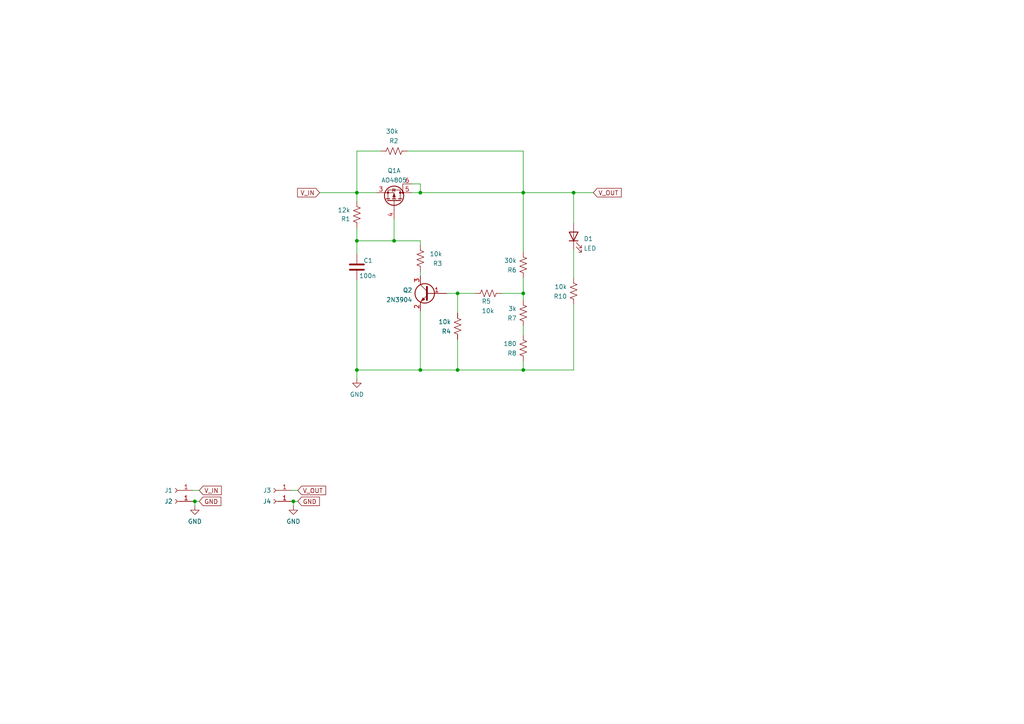
<source format=kicad_sch>
(kicad_sch (version 20211123) (generator eeschema)
  (paper "A4")
  (lib_symbols
    (symbol "!my-kicad-library:2N3904" (pin_names (offset 0) hide)
      (property "Reference" "Q" (at 5.08 1.905 0))
      (property "Value" "2N3904" (at 5.08 0 0))
      (symbol "2N3904_0_1"
        (polyline (pts (xy 0.635 0.635) (xy 2.54 2.54)))
        (polyline (pts (xy 0.635 -0.635) (xy 2.54 -2.54) (xy 2.54 -2.54)))
        (polyline (pts (xy 0.635 1.905) (xy 0.635 -1.905) (xy 0.635 -1.905)) (stroke (width 0.508)))
        (polyline (pts (xy 1.27 -1.778) (xy 1.778 -1.27) (xy 2.286 -2.286) (xy 1.27 -1.778) (xy 1.27 -1.778)) (fill (type outline)))
        (circle (center 1.27 0) (radius 2.8194) (stroke (width 0.254)))
      )
      (symbol "2N3904_1_1"
        (pin passive line (at -5.08 0 0) (length 5.715) (name "B") (number "1"))
        (pin passive line (at 2.54 -5.08 90) (length 2.54) (name "E") (number "2"))
        (pin passive line (at 2.54 5.08 270) (length 2.54) (name "C") (number "3"))
      )
    )
    (symbol "!my-kicad-library:AO4805" (pin_names (offset 0) hide)
      (property "Reference" "Q" (at 6.35 1.27 0))
      (property "Value" "AO4805" (at 13.97 -2.54 0))
      (symbol "AO4805_0_1"
        (polyline (pts (xy 0.254 0) (xy -2.54 0)))
        (polyline (pts (xy 0.254 1.905) (xy 0.254 -1.905)) (stroke (width 0.254)))
        (polyline (pts (xy 0.762 -1.27) (xy 0.762 -2.286)) (stroke (width 0.254)))
        (polyline (pts (xy 0.762 0.508) (xy 0.762 -0.508)) (stroke (width 0.254)))
        (polyline (pts (xy 0.762 2.286) (xy 0.762 1.27)) (stroke (width 0.254)))
        (polyline (pts (xy 2.54 2.54) (xy 2.54 1.778)))
        (polyline (pts (xy 2.54 -2.54) (xy 2.54 0) (xy 0.762 0)))
        (polyline (pts (xy 0.762 1.778) (xy 3.302 1.778) (xy 3.302 -1.778) (xy 0.762 -1.778)))
        (polyline (pts (xy 2.286 0) (xy 1.27 0.381) (xy 1.27 -0.381) (xy 2.286 0)) (fill (type outline)))
        (polyline (pts (xy 2.794 -0.508) (xy 2.921 -0.381) (xy 3.683 -0.381) (xy 3.81 -0.254)))
        (polyline (pts (xy 3.302 -0.381) (xy 2.921 0.254) (xy 3.683 0.254) (xy 3.302 -0.381)))
        (circle (center 1.651 0) (radius 2.794) (stroke (width 0.254)))
        (circle (center 2.54 -1.778) (radius 0.254) (fill (type outline)))
        (circle (center 2.54 1.778) (radius 0.254) (fill (type outline)))
        (circle (center 2.54 2.54) (radius 0.254) (fill (type outline)))
        (rectangle (start 5.08 2.54) (end 2.54 2.54))
      )
      (symbol "AO4805_1_1"
        (pin passive line (at 2.54 -5.08 90) (length 2.54) (name "S1") (number "3"))
        (pin input line (at -5.08 0 0) (length 2.54) (name "G1") (number "4"))
        (pin passive line (at 2.54 5.08 270) (length 2.54) (name "D1") (number "5"))
        (pin passive line (at 5.08 5.08 270) (length 2.54) (name "D1") (number "6"))
      )
      (symbol "AO4805_2_1"
        (pin passive line (at 2.54 -5.08 90) (length 2.54) (name "S2") (number "1"))
        (pin input line (at -5.08 0 0) (length 2.54) (name "G2") (number "2"))
        (pin passive line (at 2.54 5.08 270) (length 2.54) (name "D2") (number "7"))
        (pin passive line (at 5.08 5.08 270) (length 2.54) (name "D2") (number "8"))
      )
    )
    (symbol "Connector:Conn_01x01_Female" (pin_names (offset 1.016) hide)
      (property "Reference" "J" (at 0 2.54 0))
      (property "Value" "Conn_01x01_Female" (at 0 -2.54 0))
      (symbol "Conn_01x01_Female_1_1"
        (polyline (pts (xy -1.27 0) (xy -0.508 0)) (stroke (width 0.1524)))
        (arc (start 0 0.508) (mid -0.508 0) (end 0 -0.508) (stroke (width 0.1524)))
        (pin passive line (at -5.08 0 0) (length 3.81) (name "Pin_1") (number "1"))
      )
    )
    (symbol "Device:C" (pin_numbers hide) (pin_names (offset 0.254))
      (property "Reference" "C" (at 0.635 2.54 0))
      (property "Value" "C" (at 0.635 -2.54 0))
      (symbol "C_0_1"
        (polyline (pts (xy -2.032 -0.762) (xy 2.032 -0.762)) (stroke (width 0.508)))
        (polyline (pts (xy -2.032 0.762) (xy 2.032 0.762)) (stroke (width 0.508)))
      )
      (symbol "C_1_1"
        (pin passive line (at 0 3.81 270) (length 2.794) (name "~") (number "1"))
        (pin passive line (at 0 -3.81 90) (length 2.794) (name "~") (number "2"))
      )
    )
    (symbol "Device:LED" (pin_numbers hide) (pin_names (offset 1.016) hide)
      (property "Reference" "D" (at 0 2.54 0))
      (property "Value" "LED" (at 0 -2.54 0))
      (symbol "LED_0_1"
        (polyline (pts (xy -1.27 -1.27) (xy -1.27 1.27)) (stroke (width 0.254)))
        (polyline (pts (xy -1.27 0) (xy 1.27 0)))
        (polyline (pts (xy 1.27 -1.27) (xy 1.27 1.27) (xy -1.27 0) (xy 1.27 -1.27)) (stroke (width 0.254)))
        (polyline (pts (xy -3.048 -0.762) (xy -4.572 -2.286) (xy -3.81 -2.286) (xy -4.572 -2.286) (xy -4.572 -1.524)))
        (polyline (pts (xy -1.778 -0.762) (xy -3.302 -2.286) (xy -2.54 -2.286) (xy -3.302 -2.286) (xy -3.302 -1.524)))
      )
      (symbol "LED_1_1"
        (pin passive line (at -3.81 0 0) (length 2.54) (name "K") (number "1"))
        (pin passive line (at 3.81 0 180) (length 2.54) (name "A") (number "2"))
      )
    )
    (symbol "Device:R_US" (pin_numbers hide) (pin_names (offset 0))
      (property "Reference" "R" (at 2.54 0 90))
      (property "Value" "R_US" (at -2.54 0 90))
      (symbol "R_US_0_1"
        (polyline (pts (xy 0 -2.286) (xy 0 -2.54)))
        (polyline (pts (xy 0 2.286) (xy 0 2.54)))
        (polyline (pts (xy 0 -0.762) (xy 1.016 -1.143) (xy 0 -1.524) (xy -1.016 -1.905) (xy 0 -2.286)))
        (polyline (pts (xy 0 0.762) (xy 1.016 0.381) (xy 0 0) (xy -1.016 -0.381) (xy 0 -0.762)))
        (polyline (pts (xy 0 2.286) (xy 1.016 1.905) (xy 0 1.524) (xy -1.016 1.143) (xy 0 0.762)))
      )
      (symbol "R_US_1_1"
        (pin passive line (at 0 3.81 270) (length 1.27) (name "~") (number "1"))
        (pin passive line (at 0 -3.81 90) (length 1.27) (name "~") (number "2"))
      )
    )
    (symbol "power:GND" (power) (pin_names (offset 0))
      (property "Value" "GND" (at 0 -3.81 0))
      (symbol "GND_0_1"
        (polyline (pts (xy 0 0) (xy 0 -1.27) (xy 1.27 -1.27) (xy 0 -2.54) (xy -1.27 -1.27) (xy 0 -1.27)))
      )
      (symbol "GND_1_1"
        (pin power_in line (at 0 0 270) (length 0) hide (name "GND") (number "1"))
      )
    )
  )
  (junction (at 132.715 107.315))
  (junction (at 151.765 55.88))
  (junction (at 103.505 69.85))
  (junction (at 103.505 107.315))
  (junction (at 103.505 55.88))
  (junction (at 132.715 85.09))
  (junction (at 85.09 145.415))
  (junction (at 114.3 69.85))
  (junction (at 121.92 55.88))
  (junction (at 121.92 107.315))
  (junction (at 166.37 55.88))
  (junction (at 56.515 145.415))
  (junction (at 151.765 107.315))
  (junction (at 151.765 85.09))
  (wire (pts (xy 151.765 104.775) (xy 151.765 107.315)))
  (wire (pts (xy 151.765 107.315) (xy 166.37 107.315)))
  (wire (pts (xy 151.765 80.645) (xy 151.765 85.09)))
  (wire (pts (xy 132.715 107.315) (xy 132.715 98.425)))
  (wire (pts (xy 103.505 81.28) (xy 103.505 107.315)))
  (wire (pts (xy 103.505 55.88) (xy 103.505 58.42)))
  (wire (pts (xy 121.92 107.315) (xy 132.715 107.315)))
  (wire (pts (xy 84.455 142.24) (xy 86.36 142.24)))
  (wire (pts (xy 56.515 145.415) (xy 57.785 145.415)))
  (wire (pts (xy 84.455 145.415) (xy 85.09 145.415)))
  (wire (pts (xy 166.37 88.265) (xy 166.37 107.315)))
  (wire (pts (xy 103.505 107.315) (xy 103.505 109.855)))
  (wire (pts (xy 110.49 43.815) (xy 103.505 43.815)))
  (wire (pts (xy 151.765 55.88) (xy 151.765 73.025)))
  (wire (pts (xy 132.715 107.315) (xy 151.765 107.315)))
  (wire (pts (xy 132.715 85.09) (xy 137.795 85.09)))
  (wire (pts (xy 55.88 142.24) (xy 57.785 142.24)))
  (wire (pts (xy 103.505 69.85) (xy 114.3 69.85)))
  (wire (pts (xy 121.92 78.74) (xy 121.92 80.01)))
  (wire (pts (xy 85.09 145.415) (xy 86.36 145.415)))
  (wire (pts (xy 114.3 69.85) (xy 121.92 69.85)))
  (wire (pts (xy 103.505 69.85) (xy 103.505 73.66)))
  (wire (pts (xy 118.11 43.815) (xy 151.765 43.815)))
  (wire (pts (xy 121.92 53.34) (xy 121.92 55.88)))
  (wire (pts (xy 132.715 90.805) (xy 132.715 85.09)))
  (wire (pts (xy 151.765 55.88) (xy 166.37 55.88)))
  (wire (pts (xy 85.09 145.415) (xy 85.09 146.685)))
  (wire (pts (xy 121.92 71.12) (xy 121.92 69.85)))
  (wire (pts (xy 166.37 55.88) (xy 166.37 64.77)))
  (wire (pts (xy 119.38 53.34) (xy 121.92 53.34)))
  (wire (pts (xy 119.38 55.88) (xy 121.92 55.88)))
  (wire (pts (xy 56.515 145.415) (xy 56.515 146.685)))
  (wire (pts (xy 121.92 90.17) (xy 121.92 107.315)))
  (wire (pts (xy 92.71 55.88) (xy 103.505 55.88)))
  (wire (pts (xy 145.415 85.09) (xy 151.765 85.09)))
  (wire (pts (xy 103.505 55.88) (xy 109.22 55.88)))
  (wire (pts (xy 121.92 55.88) (xy 151.765 55.88)))
  (wire (pts (xy 129.54 85.09) (xy 132.715 85.09)))
  (wire (pts (xy 103.505 107.315) (xy 121.92 107.315)))
  (wire (pts (xy 151.765 85.09) (xy 151.765 86.995)))
  (wire (pts (xy 166.37 55.88) (xy 172.085 55.88)))
  (wire (pts (xy 166.37 72.39) (xy 166.37 80.645)))
  (wire (pts (xy 103.505 66.04) (xy 103.505 69.85)))
  (wire (pts (xy 114.3 63.5) (xy 114.3 69.85)))
  (wire (pts (xy 151.765 43.815) (xy 151.765 55.88)))
  (wire (pts (xy 151.765 94.615) (xy 151.765 97.155)))
  (wire (pts (xy 103.505 43.815) (xy 103.505 55.88)))
  (wire (pts (xy 55.88 145.415) (xy 56.515 145.415)))
  (global_label "V_IN" (shape input) (at 92.71 55.88 180) (property "Intersheet References" "${INTERSHEET_REFS}" (effects hide)))
  (global_label "V_OUT" (shape input) (at 172.085 55.88 0) (property "Intersheet References" "${INTERSHEET_REFS}" (effects hide)))
  (global_label "V_OUT" (shape input) (at 86.36 142.24 0) (property "Intersheet References" "${INTERSHEET_REFS}" (effects hide)))
  (global_label "V_IN" (shape input) (at 57.785 142.24 0) (property "Intersheet References" "${INTERSHEET_REFS}" (effects hide)))
  (global_label "GND" (shape input) (at 86.36 145.415 0) (property "Intersheet References" "${INTERSHEET_REFS}" (effects hide)))
  (global_label "GND" (shape input) (at 57.785 145.415 0) (property "Intersheet References" "${INTERSHEET_REFS}" (effects hide)))
  (symbol (lib_id "Device:R_US") (at 132.715 94.615 180) (unit 1)
    (property "Reference" "R4" (at 130.81 96.1201 0) (effects (justify left)))
    (property "Value" "10k" (at 130.81 93.345 0) (effects (justify left)))
    (property "Footprint" "Resistor_SMD:R_0805_2012Metric" (effects hide))
  )
  (symbol (lib_id "Connector:Conn_01x01_Female") (at 50.8 142.24 180) (unit 1)
    (property "Reference" "J1" (at 48.895 142.24 0))
    (property "Value" "Vin" (effects hide))
    (property "Footprint" "Connector_Wire:SolderWire-0.5sqmm_1x01_D0.9mm_OD2.3mm" (effects hide))
  )
  (symbol (lib_id "!my-kicad-library:AO4805") (at 114.3 58.42 270) (mirror x) (unit 1)
    (property "Reference" "Q1" (at 114.3 49.5005 90))
    (property "Value" "AO4805" (at 114.3 52.2756 90))
    (property "Footprint" "Package_SO:SOIC-8_3.9x4.9mm_P1.27mm" (effects hide))
    (property "Datasheet" "http://www.aosmd.com/pdfs/datasheet/AO4805.pdf" (effects hide))
  )
  (symbol (lib_id "!my-kicad-library:2N3904") (at 124.46 85.09 0) (mirror y) (unit 1)
    (property "Reference" "Q2" (at 119.6087 84.1815 0) (effects (justify left)))
    (property "Value" "2N3904" (at 119.6087 86.9566 0) (effects (justify left)))
    (property "Footprint" "Package_TO_SOT_SMD:SOT-23" (effects hide))
    (property "Datasheet" "https://www.onsemi.com/pub/Collateral/2N3903-D.PDF" (effects hide))
  )
  (symbol (lib_id "Device:R_US") (at 114.3 43.815 90) (unit 1)
    (property "Reference" "R2" (at 115.57 40.8751 90) (effects (justify left)))
    (property "Value" "30k" (at 115.57 38.1 90) (effects (justify left)))
    (property "Footprint" "Resistor_SMD:R_0805_2012Metric" (effects hide))
  )
  (symbol (lib_id "Device:R_US") (at 151.765 100.965 180) (unit 1)
    (property "Reference" "R8" (at 149.86 102.4701 0) (effects (justify left)))
    (property "Value" "180" (at 149.86 99.695 0) (effects (justify left)))
    (property "Footprint" "Resistor_SMD:R_0805_2012Metric" (effects hide))
  )
  (symbol (lib_id "Connector:Conn_01x01_Female") (at 79.375 142.24 180) (unit 1)
    (property "Reference" "J3" (at 77.47 142.24 0))
    (property "Value" "Vout" (effects hide))
    (property "Footprint" "Connector_Wire:SolderWire-0.5sqmm_1x01_D0.9mm_OD2.3mm" (effects hide))
  )
  (symbol (lib_id "power:GND") (at 85.09 146.685 0) (unit 1)
    (property "Reference" "#PWR0101" (effects hide))
    (property "Value" "GND" (at 85.09 151.2475 0))
  )
  (symbol (lib_id "power:GND") (at 56.515 146.685 0) (unit 1)
    (property "Reference" "#PWR01" (effects hide))
    (property "Value" "GND" (at 56.515 151.2475 0))
  )
  (symbol (lib_id "Device:R_US") (at 141.605 85.09 270) (unit 1)
    (property "Reference" "R5" (at 139.7 87.3949 90) (effects (justify left)))
    (property "Value" "10k" (at 139.7 90.17 90) (effects (justify left)))
    (property "Footprint" "Resistor_SMD:R_0805_2012Metric" (effects hide))
  )
  (symbol (lib_id "Device:LED") (at 166.37 68.58 90) (unit 1)
    (property "Reference" "D1" (at 169.291 69.259 90) (effects (justify right)))
    (property "Value" "LED" (at 169.291 72.0341 90) (effects (justify right)))
    (property "Footprint" "LED_SMD:LED_0805_2012Metric" (effects hide))
  )
  (symbol (lib_id "Connector:Conn_01x01_Female") (at 79.375 145.415 180) (unit 1)
    (property "Reference" "J4" (at 77.47 145.415 0))
    (property "Value" "GND" (effects hide))
    (property "Footprint" "Connector_Wire:SolderWire-0.5sqmm_1x01_D0.9mm_OD2.3mm" (effects hide))
  )
  (symbol (lib_id "Device:R_US") (at 151.765 90.805 180) (unit 1)
    (property "Reference" "R7" (at 149.86 92.3101 0) (effects (justify left)))
    (property "Value" "3k" (at 149.86 89.535 0) (effects (justify left)))
    (property "Footprint" "Resistor_SMD:R_0805_2012Metric" (effects hide))
  )
  (symbol (lib_id "Connector:Conn_01x01_Female") (at 50.8 145.415 180) (unit 1)
    (property "Reference" "J2" (at 48.895 145.415 0))
    (property "Value" "GND" (effects hide))
    (property "Footprint" "Connector_Wire:SolderWire-0.5sqmm_1x01_D0.9mm_OD2.3mm" (effects hide))
  )
  (symbol (lib_id "Device:C") (at 103.505 77.47 0) (unit 1)
    (property "Reference" "C1" (at 105.41 75.565 0) (effects (justify left)))
    (property "Value" "100n" (at 104.14 80.01 0) (effects (justify left)))
    (property "Footprint" "Capacitor_SMD:C_1206_3216Metric" (effects hide))
  )
  (symbol (lib_id "Device:R_US") (at 151.765 76.835 180) (unit 1)
    (property "Reference" "R6" (at 149.86 78.3401 0) (effects (justify left)))
    (property "Value" "30k" (at 149.86 75.565 0) (effects (justify left)))
    (property "Footprint" "Resistor_SMD:R_0805_2012Metric" (effects hide))
  )
  (symbol (lib_id "power:GND") (at 103.505 109.855 0) (unit 1)
    (property "Reference" "#PWR02" (effects hide))
    (property "Value" "GND" (at 103.505 114.4175 0))
  )
  (symbol (lib_id "Device:R_US") (at 121.92 74.93 180) (unit 1)
    (property "Reference" "R3" (at 128.27 76.4351 0) (effects (justify left)))
    (property "Value" "10k" (at 128.27 73.66 0) (effects (justify left)))
    (property "Footprint" "Resistor_SMD:R_0805_2012Metric" (effects hide))
  )
  (symbol (lib_id "Device:R_US") (at 103.505 62.23 180) (unit 1)
    (property "Reference" "R1" (at 101.6 63.5 0) (effects (justify left)))
    (property "Value" "12k" (at 101.6 60.96 0) (effects (justify left)))
    (property "Footprint" "Resistor_SMD:R_0805_2012Metric" (effects hide))
  )
  (symbol (lib_id "Device:R_US") (at 166.37 84.455 180) (unit 1)
    (property "Reference" "R10" (at 164.465 85.9601 0) (effects (justify left)))
    (property "Value" "10k" (at 164.465 83.185 0) (effects (justify left)))
    (property "Footprint" "Resistor_SMD:R_0805_2012Metric" (effects hide))
  )
)
</source>
